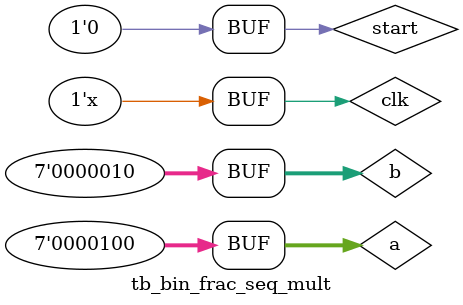
<source format=v>
`timescale 1ns / 1ps


module tb_bin_frac_seq_mult;

	// Inputs
	reg clk;
	reg start;
	reg [6:0] a;
	reg [6:0] b;

	// Outputs
	wire done;
	wire [12:0] product;

	// Instantiate the Unit Under Test (UUT)
	bin_frac_seq_mult uut (
		.clk(clk), 
		.start(start), 
		.a(a), 
		.b(b), 
		.done(done), 
		.product(product)
	);

	initial begin
		// Initialize Inputs
		clk = 0;
		
		#100;

		// Wait 100 ns for global reset to finish
		start = 0;
		a = 7'b0000100;
		b = 7'b0000010;
		
		#5;
      start = 1;
		#5;
		start = 0;
		
		#100;
		
		// Add stimulus here
		
	end
   always begin
			#5;
			clk = ~clk;
	end  
      
endmodule


</source>
